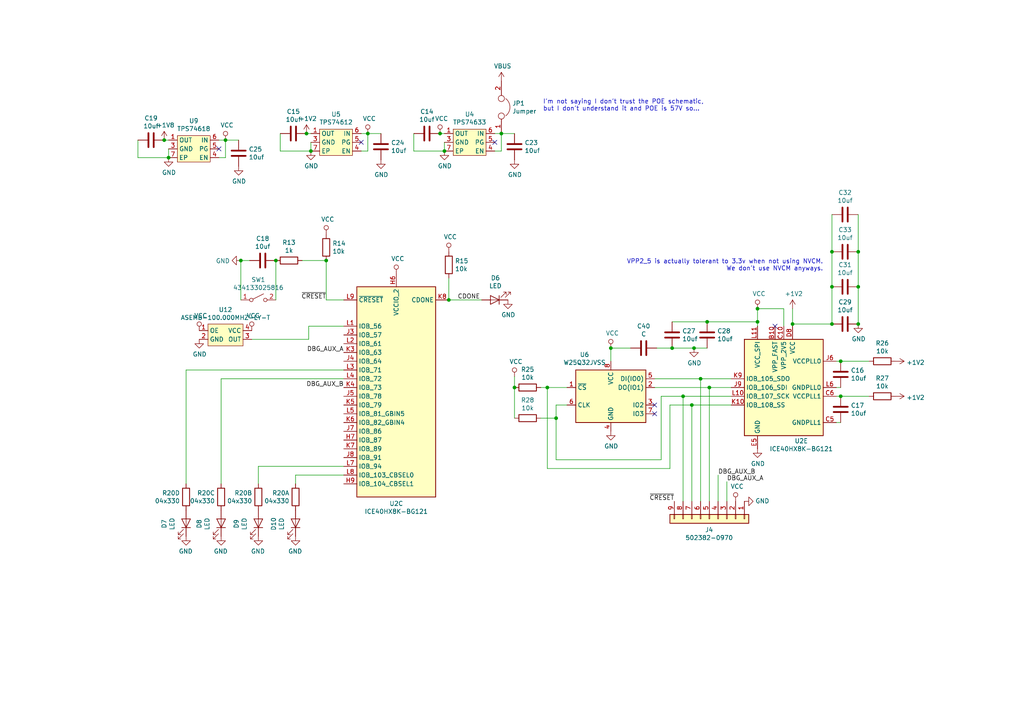
<source format=kicad_sch>
(kicad_sch (version 20200512) (host eeschema "5.99.0-unknown-eae0c14~101~ubuntu20.04.1")
  (page 6 7)
  (paper "A4")
  (title_block (rev "TEST"))
  (junction (at 47.625 40.64))
  (junction (at 48.895 45.72))
  (junction (at 65.405 40.64))
  (junction (at 69.85 75.565))
  (junction (at 80.01 75.565))
  (junction (at 88.9 38.735))
  (junction (at 90.17 43.815))
  (junction (at 94.615 75.565))
  (junction (at 106.68 38.735))
  (junction (at 127.635 38.735))
  (junction (at 128.905 43.815))
  (junction (at 130.175 86.995))
  (junction (at 145.415 38.735))
  (junction (at 149.225 112.395))
  (junction (at 158.75 112.395))
  (junction (at 161.29 121.285))
  (junction (at 177.165 100.965))
  (junction (at 194.945 100.965))
  (junction (at 198.12 114.935))
  (junction (at 200.66 117.475))
  (junction (at 201.295 100.965))
  (junction (at 203.2 109.855))
  (junction (at 205.105 93.345))
  (junction (at 205.74 112.395))
  (junction (at 219.71 89.535))
  (junction (at 219.71 93.345))
  (junction (at 229.87 93.98))
  (junction (at 241.3 73.025))
  (junction (at 241.3 83.185))
  (junction (at 241.3 93.98))
  (junction (at 243.84 104.775))
  (junction (at 243.84 114.935))
  (junction (at 248.92 73.025))
  (junction (at 248.92 83.185))
  (junction (at 248.92 93.98))
  (no_connect (at 63.5 43.18))
  (no_connect (at 189.865 120.015))
  (no_connect (at 189.865 117.475))
  (no_connect (at 143.51 41.275))
  (no_connect (at 224.79 94.615))
  (no_connect (at 104.775 41.275))
  (wire (pts (xy 40.005 40.64) (xy 40.005 45.72)))
  (wire (pts (xy 40.005 45.72) (xy 48.895 45.72)))
  (wire (pts (xy 47.625 40.64) (xy 48.895 40.64)))
  (wire (pts (xy 48.895 43.18) (xy 48.895 45.72)))
  (wire (pts (xy 53.975 107.315) (xy 53.975 140.335)))
  (wire (pts (xy 63.5 40.64) (xy 65.405 40.64)))
  (wire (pts (xy 64.135 109.855) (xy 64.135 140.335)))
  (wire (pts (xy 65.405 40.64) (xy 65.405 45.72)))
  (wire (pts (xy 65.405 40.64) (xy 69.215 40.64)))
  (wire (pts (xy 65.405 45.72) (xy 63.5 45.72)))
  (wire (pts (xy 69.85 75.565) (xy 69.85 86.995)))
  (wire (pts (xy 72.39 75.565) (xy 69.85 75.565)))
  (wire (pts (xy 73.025 98.425) (xy 89.535 98.425)))
  (wire (pts (xy 74.93 135.255) (xy 74.93 140.335)))
  (wire (pts (xy 80.01 75.565) (xy 80.01 86.995)))
  (wire (pts (xy 81.28 38.735) (xy 81.28 43.815)))
  (wire (pts (xy 81.28 43.815) (xy 90.17 43.815)))
  (wire (pts (xy 85.725 137.795) (xy 99.695 137.795)))
  (wire (pts (xy 85.725 140.335) (xy 85.725 137.795)))
  (wire (pts (xy 87.63 75.565) (xy 94.615 75.565)))
  (wire (pts (xy 88.9 38.735) (xy 90.17 38.735)))
  (wire (pts (xy 89.535 94.615) (xy 99.695 94.615)))
  (wire (pts (xy 89.535 98.425) (xy 89.535 94.615)))
  (wire (pts (xy 90.17 41.275) (xy 90.17 43.815)))
  (wire (pts (xy 94.615 75.565) (xy 94.615 86.995)))
  (wire (pts (xy 94.615 86.995) (xy 99.695 86.995)))
  (wire (pts (xy 99.695 107.315) (xy 53.975 107.315)))
  (wire (pts (xy 99.695 109.855) (xy 64.135 109.855)))
  (wire (pts (xy 99.695 135.255) (xy 74.93 135.255)))
  (wire (pts (xy 104.775 38.735) (xy 106.68 38.735)))
  (wire (pts (xy 106.68 38.735) (xy 106.68 43.815)))
  (wire (pts (xy 106.68 38.735) (xy 110.49 38.735)))
  (wire (pts (xy 106.68 43.815) (xy 104.775 43.815)))
  (wire (pts (xy 120.015 38.735) (xy 120.015 43.815)))
  (wire (pts (xy 120.015 43.815) (xy 128.905 43.815)))
  (wire (pts (xy 127.635 38.735) (xy 128.905 38.735)))
  (wire (pts (xy 128.905 41.275) (xy 128.905 43.815)))
  (wire (pts (xy 130.175 80.645) (xy 130.175 86.995)))
  (wire (pts (xy 130.175 86.995) (xy 139.7 86.995)))
  (wire (pts (xy 143.51 38.735) (xy 145.415 38.735)))
  (wire (pts (xy 145.415 38.735) (xy 145.415 43.815)))
  (wire (pts (xy 145.415 38.735) (xy 149.225 38.735)))
  (wire (pts (xy 145.415 43.815) (xy 143.51 43.815)))
  (wire (pts (xy 149.225 109.22) (xy 149.225 112.395)))
  (wire (pts (xy 149.225 112.395) (xy 149.225 121.285)))
  (wire (pts (xy 156.845 112.395) (xy 158.75 112.395)))
  (wire (pts (xy 156.845 121.285) (xy 161.29 121.285)))
  (wire (pts (xy 158.75 112.395) (xy 158.75 135.89)))
  (wire (pts (xy 158.75 135.89) (xy 194.31 135.89)))
  (wire (pts (xy 161.29 117.475) (xy 161.29 121.285)))
  (wire (pts (xy 161.29 121.285) (xy 161.29 133.35)))
  (wire (pts (xy 161.29 133.35) (xy 191.77 133.35)))
  (wire (pts (xy 164.465 112.395) (xy 158.75 112.395)))
  (wire (pts (xy 164.465 117.475) (xy 161.29 117.475)))
  (wire (pts (xy 177.165 100.965) (xy 177.165 104.775)))
  (wire (pts (xy 182.88 100.965) (xy 177.165 100.965)))
  (wire (pts (xy 189.865 109.855) (xy 203.2 109.855)))
  (wire (pts (xy 189.865 112.395) (xy 205.74 112.395)))
  (wire (pts (xy 190.5 100.965) (xy 194.945 100.965)))
  (wire (pts (xy 191.77 114.935) (xy 198.12 114.935)))
  (wire (pts (xy 191.77 133.35) (xy 191.77 114.935)))
  (wire (pts (xy 194.31 117.475) (xy 200.66 117.475)))
  (wire (pts (xy 194.31 135.89) (xy 194.31 117.475)))
  (wire (pts (xy 194.945 93.345) (xy 205.105 93.345)))
  (wire (pts (xy 194.945 100.965) (xy 201.295 100.965)))
  (wire (pts (xy 198.12 114.935) (xy 198.12 145.415)))
  (wire (pts (xy 198.12 114.935) (xy 212.09 114.935)))
  (wire (pts (xy 200.66 117.475) (xy 200.66 145.415)))
  (wire (pts (xy 200.66 117.475) (xy 212.09 117.475)))
  (wire (pts (xy 201.295 100.965) (xy 205.105 100.965)))
  (wire (pts (xy 203.2 109.855) (xy 203.2 145.415)))
  (wire (pts (xy 203.2 109.855) (xy 212.09 109.855)))
  (wire (pts (xy 205.105 93.345) (xy 219.71 93.345)))
  (wire (pts (xy 205.74 112.395) (xy 205.74 145.415)))
  (wire (pts (xy 205.74 112.395) (xy 212.09 112.395)))
  (wire (pts (xy 208.28 137.795) (xy 208.28 145.415)))
  (wire (pts (xy 210.82 139.7) (xy 210.82 145.415)))
  (wire (pts (xy 219.71 89.535) (xy 219.71 93.345)))
  (wire (pts (xy 219.71 89.535) (xy 227.33 89.535)))
  (wire (pts (xy 219.71 93.345) (xy 219.71 94.615)))
  (wire (pts (xy 227.33 89.535) (xy 227.33 94.615)))
  (wire (pts (xy 229.87 89.535) (xy 229.87 93.98)))
  (wire (pts (xy 229.87 93.98) (xy 229.87 94.615)))
  (wire (pts (xy 229.87 93.98) (xy 241.3 93.98)))
  (wire (pts (xy 241.3 62.23) (xy 241.3 73.025)))
  (wire (pts (xy 241.3 73.025) (xy 241.3 83.185)))
  (wire (pts (xy 241.3 83.185) (xy 241.3 93.98)))
  (wire (pts (xy 242.57 104.775) (xy 243.84 104.775)))
  (wire (pts (xy 242.57 112.395) (xy 243.84 112.395)))
  (wire (pts (xy 242.57 114.935) (xy 243.84 114.935)))
  (wire (pts (xy 242.57 122.555) (xy 243.84 122.555)))
  (wire (pts (xy 243.84 104.775) (xy 252.095 104.775)))
  (wire (pts (xy 243.84 114.935) (xy 252.095 114.935)))
  (wire (pts (xy 248.92 62.23) (xy 248.92 73.025)))
  (wire (pts (xy 248.92 73.025) (xy 248.92 83.185)))
  (wire (pts (xy 248.92 83.185) (xy 248.92 93.98)))
  (text "I'm not saying I don't trust the POE schematic,\nbut I don't understand it and POE is 57V so..." (at 157.48 32.385 0) (effects (font (size 1.27 1.27)) (justify left bottom)))
  (text "VPP2_5 is actually tolerant to 3.3v when not using NVCM.\nWe don't use NVCM anyways." (at 238.76 78.74 0) (effects (font (size 1.27 1.27)) (justify right bottom)))
  (label "~CRESET" (at 94.615 86.995 180))
  (label "DBG_AUX_A" (at 99.695 102.235 180))
  (label "DBG_AUX_B" (at 99.695 112.395 180))
  (label "CDONE" (at 132.715 86.995 0))
  (label "~CRESET" (at 195.58 145.415 180))
  (label "DBG_AUX_B" (at 208.28 137.795 0))
  (label "DBG_AUX_A" (at 210.82 139.7 0))
  (symbol (lib_id "power:VCC") (at 57.785 95.885 0) (unit 1)
    (property "Reference" "#PWR0178" (effects hide))
    (property "Value" "VCC" (at 58.2168 91.5606 0))
  )
  (symbol (lib_id "power:VCC") (at 65.405 40.64 0) (unit 1)
    (property "Reference" "#PWR0139" (effects hide))
    (property "Value" "VCC" (at 65.8368 36.3156 0))
  )
  (symbol (lib_id "power:VCC") (at 73.025 95.885 0) (unit 1)
    (property "Reference" "#PWR0176" (effects hide))
    (property "Value" "VCC" (at 73.4568 91.5606 0))
  )
  (symbol (lib_id "power:VCC") (at 94.615 67.945 0) (unit 1)
    (property "Reference" "#PWR0135" (effects hide))
    (property "Value" "VCC" (at 95.0468 63.6206 0))
  )
  (symbol (lib_id "power:VCC") (at 106.68 38.735 0) (unit 1)
    (property "Reference" "#PWR0126" (effects hide))
    (property "Value" "VCC" (at 107.1118 34.4106 0))
  )
  (symbol (lib_id "power:VCC") (at 114.935 79.375 0) (unit 1)
    (property "Reference" "#PWR0144" (effects hide))
    (property "Value" "VCC" (at 115.3668 75.0506 0))
  )
  (symbol (lib_id "power:VCC") (at 127.635 38.735 0) (unit 1)
    (property "Reference" "#PWR0130" (effects hide))
    (property "Value" "VCC" (at 128.0668 34.4106 0))
  )
  (symbol (lib_id "power:VCC") (at 130.175 73.025 0) (unit 1)
    (property "Reference" "#PWR0138" (effects hide))
    (property "Value" "VCC" (at 130.6068 68.7006 0))
  )
  (symbol (lib_id "power:VCC") (at 149.225 109.22 0) (unit 1)
    (property "Reference" "#PWR0119" (effects hide))
    (property "Value" "VCC" (at 149.6568 104.8956 0))
  )
  (symbol (lib_id "power:VCC") (at 177.165 100.965 0) (unit 1)
    (property "Reference" "#PWR0117" (effects hide))
    (property "Value" "VCC" (at 177.5968 96.6406 0))
  )
  (symbol (lib_id "power:VCC") (at 213.36 145.415 0) (unit 1)
    (property "Reference" "#PWR0181" (effects hide))
    (property "Value" "VCC" (at 213.7918 141.0906 0))
  )
  (symbol (lib_id "power:VCC") (at 219.71 89.535 0) (unit 1)
    (property "Reference" "#PWR0121" (effects hide))
    (property "Value" "VCC" (at 220.1418 85.2106 0))
  )
  (symbol (lib_id "power:+1V8") (at 47.625 40.64 0) (unit 1)
    (property "Reference" "#PWR0140" (effects hide))
    (property "Value" "+1V8" (at 47.9933 36.3156 0))
  )
  (symbol (lib_id "power:+1V2") (at 88.9 38.735 0) (unit 1)
    (property "Reference" "#PWR0128" (effects hide))
    (property "Value" "+1V2" (at 89.2683 34.4106 0))
  )
  (symbol (lib_id "power:VBUS") (at 145.415 23.495 0) (unit 1)
    (property "Reference" "#PWR0127" (effects hide))
    (property "Value" "VBUS" (at 145.7833 19.1706 0))
  )
  (symbol (lib_id "power:+1V2") (at 229.87 89.535 0) (unit 1)
    (property "Reference" "#PWR0122" (effects hide))
    (property "Value" "+1V2" (at 230.2383 85.2106 0))
  )
  (symbol (lib_id "power:+1V2") (at 259.715 104.775 270) (unit 1)
    (property "Reference" "#PWR0123" (effects hide))
    (property "Value" "+1V2" (at 262.8901 105.1433 90) (effects (justify left)))
  )
  (symbol (lib_id "power:+1V2") (at 259.715 114.935 270) (unit 1)
    (property "Reference" "#PWR0118" (effects hide))
    (property "Value" "+1V2" (at 262.8901 115.3033 90) (effects (justify left)))
  )
  (symbol (lib_id "power:GND") (at 48.895 45.72 0) (unit 1)
    (property "Reference" "#PWR0141" (effects hide))
    (property "Value" "GND" (at 49.0093 50.0444 0))
  )
  (symbol (lib_id "power:GND") (at 53.975 155.575 0) (mirror y) (unit 1)
    (property "Reference" "#PWR0164" (effects hide))
    (property "Value" "GND" (at 53.8607 159.8994 0))
  )
  (symbol (lib_id "power:GND") (at 57.785 98.425 0) (unit 1)
    (property "Reference" "#PWR0177" (effects hide))
    (property "Value" "GND" (at 57.8993 102.7494 0))
  )
  (symbol (lib_id "power:GND") (at 64.135 155.575 0) (mirror y) (unit 1)
    (property "Reference" "#PWR0165" (effects hide))
    (property "Value" "GND" (at 64.0207 159.8994 0))
  )
  (symbol (lib_id "power:GND") (at 69.215 48.26 0) (unit 1)
    (property "Reference" "#PWR0167" (effects hide))
    (property "Value" "GND" (at 69.3293 52.5844 0))
  )
  (symbol (lib_id "power:GND") (at 69.85 75.565 270) (unit 1)
    (property "Reference" "#PWR0134" (effects hide))
    (property "Value" "GND" (at 66.675 75.6793 90) (effects (justify right)))
  )
  (symbol (lib_id "power:GND") (at 74.93 155.575 0) (mirror y) (unit 1)
    (property "Reference" "#PWR0163" (effects hide))
    (property "Value" "GND" (at 74.8157 159.8994 0))
  )
  (symbol (lib_id "power:GND") (at 85.725 155.575 0) (mirror y) (unit 1)
    (property "Reference" "#PWR0162" (effects hide))
    (property "Value" "GND" (at 85.6107 159.8994 0))
  )
  (symbol (lib_id "power:GND") (at 90.17 43.815 0) (unit 1)
    (property "Reference" "#PWR0129" (effects hide))
    (property "Value" "GND" (at 90.2843 48.1394 0))
  )
  (symbol (lib_id "power:GND") (at 110.49 46.355 0) (unit 1)
    (property "Reference" "#PWR0166" (effects hide))
    (property "Value" "GND" (at 110.6043 50.6794 0))
  )
  (symbol (lib_id "power:GND") (at 128.905 43.815 0) (unit 1)
    (property "Reference" "#PWR0131" (effects hide))
    (property "Value" "GND" (at 129.0193 48.1394 0))
  )
  (symbol (lib_id "power:GND") (at 147.32 86.995 0) (unit 1)
    (property "Reference" "#PWR0136" (effects hide))
    (property "Value" "GND" (at 147.4343 91.3194 0))
  )
  (symbol (lib_id "power:GND") (at 149.225 46.355 0) (unit 1)
    (property "Reference" "#PWR0161" (effects hide))
    (property "Value" "GND" (at 149.3393 50.6794 0))
  )
  (symbol (lib_id "power:GND") (at 177.165 125.095 0) (unit 1)
    (property "Reference" "#PWR0120" (effects hide))
    (property "Value" "GND" (at 177.2793 129.4194 0))
  )
  (symbol (lib_id "power:GND") (at 201.295 100.965 0) (unit 1)
    (property "Reference" "#PWR0149" (effects hide))
    (property "Value" "GND" (at 201.4093 105.2894 0))
  )
  (symbol (lib_id "power:GND") (at 215.9 145.415 90) (unit 1)
    (property "Reference" "#PWR0159" (effects hide))
    (property "Value" "GND" (at 219.0751 145.3007 90) (effects (justify right)))
  )
  (symbol (lib_id "power:GND") (at 219.71 130.175 0) (unit 1)
    (property "Reference" "#PWR0125" (effects hide))
    (property "Value" "GND" (at 219.8243 134.4994 0))
  )
  (symbol (lib_id "power:GND") (at 248.92 93.98 0) (unit 1)
    (property "Reference" "#PWR0150" (effects hide))
    (property "Value" "GND" (at 249.0343 98.3044 0))
  )
  (symbol (lib_id "Device:R_Pack04_Split") (at 53.975 144.145 0) (mirror x) (unit 4)
    (property "Reference" "R20" (at 52.197 142.9956 0) (effects (justify right)))
    (property "Value" "04x330" (at 52.197 145.2943 0) (effects (justify right)))
    (property "Footprint" "Resistor_SMD:R_Array_Convex_4x0612" (effects hide))
    (property "Source" "ANY" (effects hide))
  )
  (symbol (lib_id "Device:R_Pack04_Split") (at 64.135 144.145 0) (mirror x) (unit 3)
    (property "Reference" "R20" (at 62.3569 142.9956 0) (effects (justify right)))
    (property "Value" "04x330" (at 62.3569 145.2943 0) (effects (justify right)))
    (property "Footprint" "Resistor_SMD:R_Array_Convex_4x0612" (effects hide))
    (property "Source" "ANY" (effects hide))
  )
  (symbol (lib_id "Device:R_Pack04_Split") (at 74.93 144.145 0) (mirror x) (unit 2)
    (property "Reference" "R20" (at 73.1519 142.9956 0) (effects (justify right)))
    (property "Value" "04x330" (at 73.1519 145.2943 0) (effects (justify right)))
    (property "Footprint" "Resistor_SMD:R_Array_Convex_4x0612" (effects hide))
    (property "Source" "ANY" (effects hide))
  )
  (symbol (lib_name "Device:R_2") (lib_id "Device:R") (at 83.82 75.565 90) (unit 1)
    (property "Reference" "R13" (at 83.82 70.3388 90))
    (property "Value" "1k" (at 83.82 72.6375 90))
    (property "Footprint" "Resistor_SMD:R_0402_1005Metric" (effects hide))
    (property "Source" "ANY" (effects hide))
  )
  (symbol (lib_id "Device:R_Pack04_Split") (at 85.725 144.145 0) (mirror x) (unit 1)
    (property "Reference" "R20" (at 83.9469 142.9956 0) (effects (justify right)))
    (property "Value" "04x330" (at 83.9469 145.2943 0) (effects (justify right)))
    (property "Footprint" "Resistor_SMD:R_Array_Convex_4x0612" (effects hide))
    (property "Source" "ANY" (effects hide))
  )
  (symbol (lib_name "Device:R_1") (lib_id "Device:R") (at 94.615 71.755 0) (unit 1)
    (property "Reference" "R14" (at 96.3931 70.6056 0) (effects (justify left)))
    (property "Value" "10k" (at 96.3931 72.9043 0) (effects (justify left)))
    (property "Footprint" "Resistor_SMD:R_0402_1005Metric" (effects hide))
    (property "Source" "ANY" (effects hide))
  )
  (symbol (lib_id "Device:R") (at 130.175 76.835 0) (unit 1)
    (property "Reference" "R15" (at 131.9531 75.6856 0) (effects (justify left)))
    (property "Value" "10k" (at 131.9531 77.9843 0) (effects (justify left)))
    (property "Footprint" "Resistor_SMD:R_0402_1005Metric" (effects hide))
    (property "Source" "ANY" (effects hide))
  )
  (symbol (lib_name "Device:R_4") (lib_id "Device:R") (at 153.035 112.395 90) (unit 1)
    (property "Reference" "R25" (at 153.035 107.1688 90))
    (property "Value" "10k" (at 153.035 109.4675 90))
    (property "Footprint" "Resistor_SMD:R_0402_1005Metric" (effects hide))
    (property "Source" "ANY" (effects hide))
  )
  (symbol (lib_name "Device:R_4") (lib_id "Device:R") (at 153.035 121.285 90) (unit 1)
    (property "Reference" "R28" (at 153.035 116.0588 90))
    (property "Value" "10k" (at 153.035 118.3575 90))
    (property "Footprint" "Resistor_SMD:R_0402_1005Metric" (effects hide))
    (property "Source" "ANY" (effects hide))
  )
  (symbol (lib_name "Device:R_3") (lib_id "Device:R") (at 255.905 104.775 90) (unit 1)
    (property "Reference" "R26" (at 255.905 99.5488 90))
    (property "Value" "10k" (at 255.905 101.8475 90))
    (property "Footprint" "Resistor_SMD:R_0402_1005Metric" (effects hide))
    (property "Source" "ANY" (effects hide))
  )
  (symbol (lib_name "Device:R_3") (lib_id "Device:R") (at 255.905 114.935 90) (unit 1)
    (property "Reference" "R27" (at 255.905 109.7088 90))
    (property "Value" "10k" (at 255.905 112.0075 90))
    (property "Footprint" "Resistor_SMD:R_0402_1005Metric" (effects hide))
    (property "Source" "ANY" (effects hide))
  )
  (symbol (lib_id "Device:LED") (at 53.975 151.765 270) (mirror x) (unit 1)
    (property "Reference" "D7" (at 47.6058 151.9555 0))
    (property "Value" "LED" (at 49.9045 151.9555 0))
    (property "Footprint" "Diode_SMD:D_0805_2012Metric_Castellated" (effects hide))
    (property "Source" "ANY" (effects hide))
  )
  (symbol (lib_id "Device:LED") (at 64.135 151.765 270) (mirror x) (unit 1)
    (property "Reference" "D8" (at 57.7658 151.9555 0))
    (property "Value" "LED" (at 60.0645 151.9555 0))
    (property "Footprint" "Diode_SMD:D_0805_2012Metric_Castellated" (effects hide))
    (property "Source" "ANY" (effects hide))
  )
  (symbol (lib_id "Device:LED") (at 74.93 151.765 270) (mirror x) (unit 1)
    (property "Reference" "D9" (at 68.5608 151.9555 0))
    (property "Value" "LED" (at 70.8595 151.9555 0))
    (property "Footprint" "Diode_SMD:D_0805_2012Metric_Castellated" (effects hide))
    (property "Source" "ANY" (effects hide))
  )
  (symbol (lib_id "Device:LED") (at 85.725 151.765 270) (mirror x) (unit 1)
    (property "Reference" "D10" (at 79.3558 151.9555 0))
    (property "Value" "LED" (at 81.6545 151.9555 0))
    (property "Footprint" "Diode_SMD:D_0805_2012Metric_Castellated" (effects hide))
    (property "Source" "ANY" (effects hide))
  )
  (symbol (lib_id "Device:LED") (at 143.51 86.995 180) (unit 1)
    (property "Reference" "D6" (at 143.7005 80.6258 0))
    (property "Value" "LED" (at 143.7005 82.9245 0))
    (property "Footprint" "Diode_SMD:D_0805_2012Metric_Castellated" (effects hide))
    (property "Source" "ANY" (effects hide))
  )
  (symbol (lib_id "Switch:SW_SPST") (at 74.93 86.995 0) (unit 1)
    (property "Reference" "SW1" (at 74.93 81.1338 0))
    (property "Value" "434133025816" (at 74.93 83.4325 0))
    (property "Footprint" "Button_Switch_SMD:SW_Push_1P1T_NO_Vertical_Wuerth_434133025816" (effects hide))
    (property "Source" "ANY" (effects hide))
  )
  (symbol (lib_name "Device:C_3") (lib_id "Device:C") (at 43.815 40.64 90) (unit 1)
    (property "Reference" "C19" (at 43.815 34.2708 90))
    (property "Value" "10uf" (at 43.815 36.5695 90))
    (property "Footprint" "Capacitor_SMD:C_0402_1005Metric" (effects hide))
    (property "Source" "ANY" (effects hide))
  )
  (symbol (lib_name "Device:C_2") (lib_id "Device:C") (at 69.215 44.45 0) (unit 1)
    (property "Reference" "C25" (at 72.1361 43.3006 0) (effects (justify left)))
    (property "Value" "10uf" (at 72.1361 45.5993 0) (effects (justify left)))
    (property "Footprint" "Capacitor_SMD:C_0402_1005Metric" (effects hide))
    (property "Source" "ANY" (effects hide))
  )
  (symbol (lib_id "Device:C") (at 76.2 75.565 90) (unit 1)
    (property "Reference" "C18" (at 76.2 69.1958 90))
    (property "Value" "10uf" (at 76.2 71.4945 90))
    (property "Footprint" "Capacitor_SMD:C_0805_2012Metric" (effects hide))
    (property "Source" "ANY" (effects hide))
  )
  (symbol (lib_name "Device:C_4") (lib_id "Device:C") (at 85.09 38.735 90) (unit 1)
    (property "Reference" "C15" (at 85.09 32.3658 90))
    (property "Value" "10uf" (at 85.09 34.6645 90))
    (property "Footprint" "Capacitor_SMD:C_0402_1005Metric" (effects hide))
    (property "Source" "ANY" (effects hide))
  )
  (symbol (lib_name "Device:C_2") (lib_id "Device:C") (at 110.49 42.545 0) (unit 1)
    (property "Reference" "C24" (at 113.4111 41.3956 0) (effects (justify left)))
    (property "Value" "10uf" (at 113.4111 43.6943 0) (effects (justify left)))
    (property "Footprint" "Capacitor_SMD:C_0402_1005Metric" (effects hide))
    (property "Source" "ANY" (effects hide))
  )
  (symbol (lib_name "Device:C_1") (lib_id "Device:C") (at 123.825 38.735 90) (unit 1)
    (property "Reference" "C14" (at 123.825 32.3658 90))
    (property "Value" "10uf" (at 123.825 34.6645 90))
    (property "Footprint" "Capacitor_SMD:C_0402_1005Metric" (effects hide))
    (property "Source" "ANY" (effects hide))
  )
  (symbol (lib_name "Device:C_2") (lib_id "Device:C") (at 149.225 42.545 0) (unit 1)
    (property "Reference" "C23" (at 152.1461 41.3956 0) (effects (justify left)))
    (property "Value" "10uf" (at 152.1461 43.6943 0) (effects (justify left)))
    (property "Footprint" "Capacitor_SMD:C_0402_1005Metric" (effects hide))
    (property "Source" "ANY" (effects hide))
  )
  (symbol (lib_name "Device:C_9") (lib_id "Device:C") (at 186.69 100.965 90) (unit 1)
    (property "Reference" "C40" (at 186.69 94.5958 90))
    (property "Value" "C" (at 186.69 96.8945 90))
    (property "Footprint" "Capacitor_SMD:C_0402_1005Metric" (effects hide))
  )
  (symbol (lib_name "Device:C_8") (lib_id "Device:C") (at 194.945 97.155 180) (unit 1)
    (property "Reference" "C27" (at 197.8661 96.0056 0) (effects (justify right)))
    (property "Value" "10uf" (at 197.8661 98.3043 0) (effects (justify right)))
    (property "Footprint" "Capacitor_SMD:C_0402_1005Metric" (effects hide))
    (property "Source" "ANY" (effects hide))
  )
  (symbol (lib_name "Device:C_8") (lib_id "Device:C") (at 205.105 97.155 180) (unit 1)
    (property "Reference" "C28" (at 208.0261 96.0056 0) (effects (justify right)))
    (property "Value" "10uf" (at 208.0261 98.3043 0) (effects (justify right)))
    (property "Footprint" "Capacitor_SMD:C_0402_1005Metric" (effects hide))
    (property "Source" "ANY" (effects hide))
  )
  (symbol (lib_name "Device:C_5") (lib_id "Device:C") (at 243.84 108.585 0) (unit 1)
    (property "Reference" "C16" (at 246.7611 107.4356 0) (effects (justify left)))
    (property "Value" "10uf" (at 246.7611 109.7343 0) (effects (justify left)))
    (property "Footprint" "Capacitor_SMD:C_0402_1005Metric" (effects hide))
    (property "Source" "ANY" (effects hide))
  )
  (symbol (lib_name "Device:C_6") (lib_id "Device:C") (at 243.84 118.745 0) (unit 1)
    (property "Reference" "C17" (at 246.7611 117.5956 0) (effects (justify left)))
    (property "Value" "10uf" (at 246.7611 119.8943 0) (effects (justify left)))
    (property "Footprint" "Capacitor_SMD:C_0402_1005Metric" (effects hide))
    (property "Source" "ANY" (effects hide))
  )
  (symbol (lib_name "Device:C_7") (lib_id "Device:C") (at 245.11 62.23 90) (unit 1)
    (property "Reference" "C32" (at 245.11 55.8608 90))
    (property "Value" "10uf" (at 245.11 58.1595 90))
    (property "Footprint" "Capacitor_SMD:C_0402_1005Metric" (effects hide))
    (property "Source" "ANY" (effects hide))
  )
  (symbol (lib_name "Device:C_7") (lib_id "Device:C") (at 245.11 73.025 90) (unit 1)
    (property "Reference" "C33" (at 245.11 66.6558 90))
    (property "Value" "10uf" (at 245.11 68.9545 90))
    (property "Footprint" "Capacitor_SMD:C_0402_1005Metric" (effects hide))
    (property "Source" "ANY" (effects hide))
  )
  (symbol (lib_name "Device:C_7") (lib_id "Device:C") (at 245.11 83.185 90) (unit 1)
    (property "Reference" "C31" (at 245.11 76.8158 90))
    (property "Value" "10uf" (at 245.11 79.1145 90))
    (property "Footprint" "Capacitor_SMD:C_0402_1005Metric" (effects hide))
    (property "Source" "ANY" (effects hide))
  )
  (symbol (lib_name "Device:C_7") (lib_id "Device:C") (at 245.11 93.98 90) (unit 1)
    (property "Reference" "C29" (at 245.11 87.6108 90))
    (property "Value" "10uf" (at 245.11 89.9095 90))
    (property "Footprint" "Capacitor_SMD:C_0402_1005Metric" (effects hide))
    (property "Source" "ANY" (effects hide))
  )
  (symbol (lib_id "Device:Jumper") (at 145.415 31.115 270) (mirror x) (unit 1)
    (property "Reference" "JP1" (at 148.5647 29.9656 90) (effects (justify left)))
    (property "Value" "Jumper" (at 148.5647 32.2643 90) (effects (justify left)))
    (property "Footprint" "Connector_PinSocket_1.27mm:PinSocket_1x02_P1.27mm_Vertical" (effects hide))
    (property "Source" "ANY" (effects hide))
  )
  (symbol (lib_id "h75_poe:OSC_100M") (at 65.405 93.98 0) (unit 1)
    (property "Reference" "U12" (at 65.405 89.8208 0))
    (property "Value" "ASEMB-100.000MHZ-LY-T" (at 65.405 92.1195 0))
    (property "Footprint" "hub75_poe:SOIC-4" (effects hide))
    (property "Source" "ANY" (effects hide))
  )
  (symbol (lib_id "h75_poe:TPS74618") (at 56.515 38.735 0) (unit 1)
    (property "Reference" "U9" (at 56.1975 35.0582 0))
    (property "Value" "TPS74618" (at 56.1975 37.3569 0))
    (property "Footprint" "Package_SON:WSON-6-1EP_2x2mm_P0.65mm_EP1x1.6mm" (effects hide))
    (property "Source" "ANY" (effects hide))
  )
  (symbol (lib_id "h75_poe:TPS74612") (at 97.79 36.83 0) (unit 1)
    (property "Reference" "U5" (at 97.4725 33.1532 0))
    (property "Value" "TPS74612" (at 97.4725 35.4519 0))
    (property "Footprint" "Package_SON:WSON-6-1EP_2x2mm_P0.65mm_EP1x1.6mm" (effects hide))
    (property "Source" "ANY" (effects hide))
  )
  (symbol (lib_id "h75_poe:TPS74633") (at 136.525 36.83 0) (unit 1)
    (property "Reference" "U4" (at 136.2075 33.1532 0))
    (property "Value" "TPS74633" (at 136.2075 35.4519 0))
    (property "Footprint" "Package_SON:WSON-6-1EP_2x2mm_P0.65mm_EP1x1.6mm" (effects hide))
    (property "Source" "ANY" (effects hide))
  )
  (symbol (lib_id "Connector_Generic:Conn_01x09") (at 205.74 150.495 270) (unit 1)
    (property "Reference" "J4" (at 205.6892 153.6764 90))
    (property "Value" "502382-0970" (at 205.6892 155.9751 90))
    (property "Footprint" "Connector_Molex:Molex_CLIK-Mate_502382-0970_1x09-1MP_P1.25mm_Vertical" (effects hide))
  )
  (symbol (lib_id "Memory_Flash:W25Q32JVSS") (at 177.165 114.935 0) (unit 1)
    (property "Reference" "U6" (at 169.545 102.8508 0))
    (property "Value" "W25Q32JVSS" (at 169.545 105.1495 0))
    (property "Footprint" "Package_SO:SOIC-8_5.23x5.23mm_P1.27mm" (effects hide))
    (property "Datasheet" "http://www.winbond.com/resource-files/w25q32jv%20revg%2003272018%20plus.pdf" (effects hide))
    (property "Source" "ANY" (effects hide))
  )
  (symbol (lib_id "FPGA_Lattice:ICE40HX8K-BG121") (at 227.33 112.395 0) (unit 5)
    (property "Reference" "U2" (at 232.41 127.8954 0))
    (property "Value" "ICE40HX8K-BG121" (at 232.41 130.1941 0))
    (property "Footprint" "Package_BGA:BGA-121_9.0x9.0mm_Layout11x11_P0.8mm_Ball0.4mm_Pad0.35mm_NSMD" (effects hide))
    (property "Datasheet" "http://www.latticesemi.com/Products/FPGAandCPLD/iCE40" (effects hide))
    (property "Source" "ANY" (effects hide))
  )
  (symbol (lib_name "FPGA_Lattice:ICE40HX8K-BG121_1") (lib_id "FPGA_Lattice:ICE40HX8K-BG121") (at 114.935 112.395 0) (unit 3)
    (property "Reference" "U2" (at 114.935 146.0564 0))
    (property "Value" "ICE40HX8K-BG121" (at 114.935 148.3551 0))
    (property "Footprint" "Package_BGA:BGA-121_9.0x9.0mm_Layout11x11_P0.8mm_Ball0.4mm_Pad0.35mm_NSMD" (effects hide))
    (property "Datasheet" "http://www.latticesemi.com/Products/FPGAandCPLD/iCE40" (effects hide))
    (property "Source" "ANY" (effects hide))
  )
)
</source>
